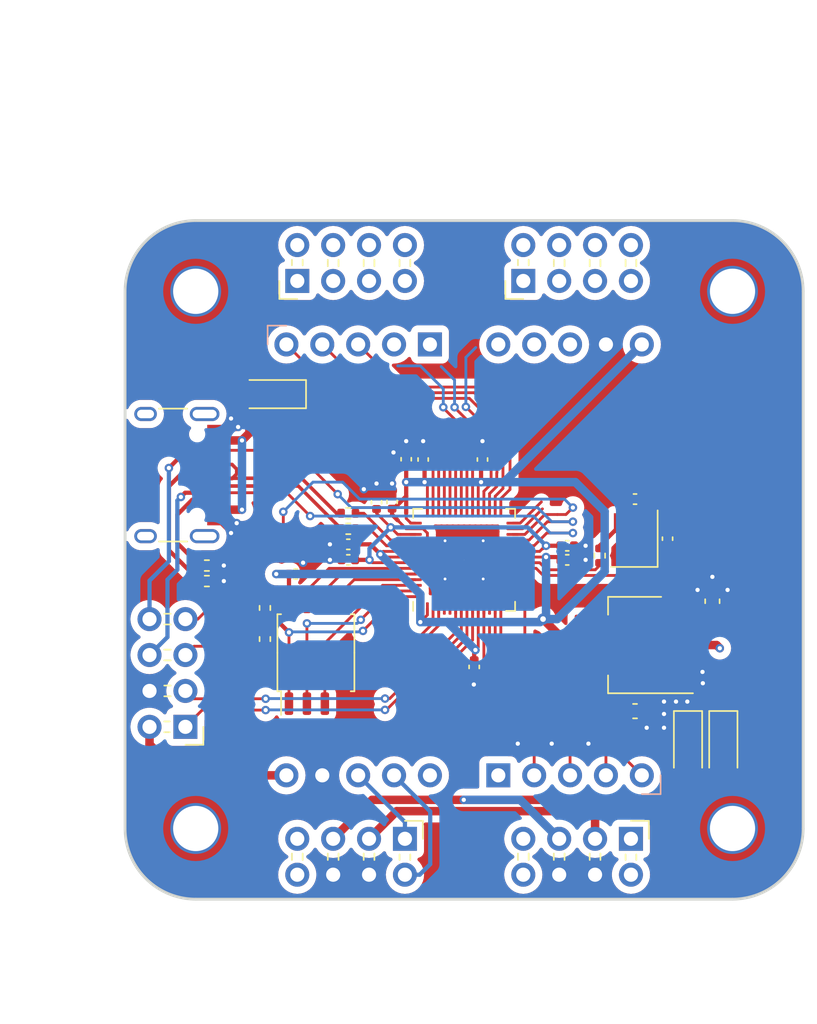
<source format=kicad_pcb>
(kicad_pcb (version 20221018) (generator pcbnew)
  (layers (0 "F.Cu" signal) (31 "B.Cu" signal) (34 "B.Paste" user) (35 "F.Paste" user) (36 "B.SilkS" user "B.Silkscreen") (37 "F.SilkS" user "F.Silkscreen") (38 "B.Mask" user) (39 "F.Mask" user) (44 "Edge.Cuts" user))
  (net 0 "")
  (net 1 "+3V3")
  (net 2 "GND")
  (net 3 "+1V1")
  (net 4 "/Controller/HSE_IN")
  (net 5 "/Controller/HSE_OUT")
  (net 6 "/Controller/QSPI_SS")
  (net 7 "/Connectors/USB_DP")
  (net 8 "Net-(U202-XOUT)")
  (net 9 "/Controller/QSPI_SD1")
  (net 10 "/Controller/QSPI_SD2")
  (net 11 "/Controller/QSPI_SD0")
  (net 12 "/Controller/QSPI_SCLK")
  (net 13 "/Controller/QSPI_SD3")
  (net 14 "/Controller/GP0")
  (net 15 "/Controller/GP1")
  (net 16 "/Controller/GP2")
  (net 17 "/Controller/GP3")
  (net 18 "/Controller/GP6")
  (net 19 "/Connectors/SPI1_SCLK")
  (net 20 "/Connectors/SPI1_MOSI")
  (net 21 "/Connectors/SPI1_MISO")
  (net 22 "/Controller/GP13")
  (net 23 "/Controller/GP14")
  (net 24 "/Controller/GP15")
  (net 25 "/Connectors/SWCLK")
  (net 26 "/Connectors/SWDIO")
  (net 27 "/Controller/GP16")
  (net 28 "/Controller/GP17")
  (net 29 "/Connectors/SPI0_SCLK")
  (net 30 "/Connectors/SPI0_MOSI")
  (net 31 "/Connectors/SPI0_MISO")
  (net 32 "/Controller/GP21")
  (net 33 "/Controller/GP22")
  (net 34 "/Controller/GP23")
  (net 35 "/Controller/GP24")
  (net 36 "/Controller/GP25")
  (net 37 "/Controller/GP26")
  (net 38 "/Controller/GP27")
  (net 39 "/Controller/GP28")
  (net 40 "/Controller/GP29")
  (net 41 "/Power/V_{IN}")
  (net 42 "/Connectors/V_{USB}")
  (net 43 "/Connectors/USB_DN")
  (net 44 "/Controller/USB_DtP")
  (net 45 "/Controller/USB_DtN")
  (net 46 "Net-(J304-CC1)")
  (net 47 "Net-(J304-CC2)")
  (net 49 "/Connectors/CAN1_H")
  (net 50 "/Connectors/CAN1_L")
  (net 51 "/Connectors/V_{IN1}")
  (net 52 "/Connectors/V_{IN2}")
  (net 53 "/Connectors/IC_GP1")
  (net 54 "/Connectors/IC_GP2")
  (net 55 "/Connectors/SPI0_CS1")
  (net 56 "/Connectors/CAN1_INT2")
  (net 57 "/Connectors/SOF1")
  (net 58 "/Connectors/SPI1_CS1")
  (net 59 "/Connectors/CAN2_INT2")
  (net 60 "/Connectors/SOF2")
  (net 61 "/Connectors/CAN2_L")
  (net 62 "/Connectors/CAN2_H")
  (net 63 "/Connectors/UART1_TX")
  (net 64 "/Connectors/UART1_RX")
  (net 65 "/Connectors/~{NRST}")
  (net 66 "/Connectors/BOOT")
  (net 67 "/Controller/GP7")
  (net 68 "/Controller/GP8")
  (net 69 "/Controller/GP9")
  (footprint "Crystal:Crystal_SMD_3225-4Pin_3.2x2.5mm" (layer "F.Cu") (at 136.05 130.74 90)
    (fp_text reference "Y201" hide)
    (fp_text value "12 MHz")
  )
  (footprint "Capacitor_SMD:C_0402_1005Metric" (layer "F.Cu") (at 115.799999 132.24 180)
    (fp_text reference "C209" hide)
    (fp_text value "100n")
  )
  (footprint "MountingHole:MountingHole_3.2mm_M3_DIN965_Pad_TopOnly" (layer "F.Cu") (at 143 113.24 180)
    (fp_text reference "REF**" hide)
    (fp_text value "MountingHole_3.2mm_M3_DIN965_Pad_TopOnly" hide)
  )
  (footprint "Capacitor_SMD:C_0402_1005Metric" (layer "F.Cu") (at 131.3 131.24)
    (fp_text reference "C208" hide)
    (fp_text value "100n")
  )
  (footprint "Capacitor_SMD:C_0402_1005Metric" (layer "F.Cu") (at 125.3 125.14 90)
    (fp_text reference "C204" hide)
    (fp_text value "100n")
  )
  (footprint "Diode_SMD:D_SOD-123" (layer "F.Cu") (at 139.85 145.29 -90)
    (fp_text reference "D502" hide)
    (fp_text value "D_Schottky")
  )
  (footprint "Capacitor_SMD:C_0402_1005Metric" (layer "F.Cu") (at 119.9 125.12 90)
    (fp_text reference "C206" hide)
    (fp_text value "100n")
  )
  (footprint "Capacitor_SMD:C_0402_1005Metric" (layer "F.Cu") (at 112.08 133.24)
    (fp_text reference "C211" hide)
    (fp_text value "100n")
  )
  (footprint "Connector_PinHeader_2.54mm:PinHeader_2x04_P2.54mm_Horizontal" (layer "F.Cu") (at 116 153.24 -90)
    (fp_text reference "J301" hide)
    (fp_text value "uC Interconnect")
  )
  (footprint "Connector_PinHeader_2.54mm:PinHeader_2x04_P2.54mm_Horizontal" (layer "F.Cu") (at 103 140.24 180)
    (fp_text reference "J305" hide)
    (fp_text value "uC Interconnect")
  )
  (footprint "Resistor_SMD:R_0402_1005Metric" (layer "F.Cu") (at 133.6 131.94 -90)
    (fp_text reference "R205" hide)
    (fp_text value "1K")
  )
  (footprint "Connector_PinHeader_2.54mm:PinHeader_2x04_P2.54mm_Horizontal" (layer "F.Cu") (at 132 111.24 90)
    (fp_text reference "REF**" hide)
    (fp_text value "PinHeader_2x04_P2.54mm_Horizontal")
  )
  (footprint "Resistor_SMD:R_0402_1005Metric" (layer "F.Cu") (at 109.899999 137.84 -90)
    (fp_text reference "R201" hide)
    (fp_text value "1K")
  )
  (footprint "Package_TO_SOT_SMD:SOT-223-3_TabPin2" (layer "F.Cu") (at 136.100001 138.265 180)
    (fp_text reference "U401" hide)
    (fp_text value "AMS1117-3.3")
  )
  (footprint "Capacitor_SMD:C_0402_1005Metric" (layer "F.Cu") (at 138.4 130.74 90)
    (fp_text reference "C212" hide)
    (fp_text value "10p")
  )
  (footprint "Resistor_SMD:R_0402_1005Metric" (layer "F.Cu") (at 105.79 132.64)
    (fp_text reference "R302" hide)
    (fp_text value "5k1")
  )
  (footprint "NVF-Kicad:Can-Module-CM251X" (layer "F.Cu") (at 116.5 132.24 -90)
    (fp_text reference "J302" hide)
    (fp_text value "MCP251X" hide)
  )
  (footprint "Package_DFN_QFN:QFN-56-1EP_7x7mm_P0.4mm_EP3.2x3.2mm_ThermalVias" (layer "F.Cu") (at 124 132.24 90)
    (fp_text reference "U202" hide)
    (fp_text value "RP2040")
  )
  (footprint "Capacitor_SMD:C_0603_1608Metric" (layer "F.Cu") (at 136.100001 142.94)
    (fp_text reference "C502" hide)
    (fp_text value "4.7u")
  )
  (footprint "Connector_PinHeader_2.54mm:PinHeader_2x04_P2.54mm_Horizontal" (layer "F.Cu") (at 132 153.24 -90)
    (fp_text reference "J301" hide)
    (fp_text value "uC Interconnect")
  )
  (footprint "MountingHole:MountingHole_3.2mm_M3_DIN965_Pad_TopOnly" (layer "F.Cu") (at 143 151.24 180)
    (fp_text reference "REF**" hide)
    (fp_text value "MountingHole_3.2mm_M3_DIN965_Pad_TopOnly" hide)
  )
  (footprint "Resistor_SMD:R_0402_1005Metric" (layer "F.Cu") (at 115.8 128.94)
    (fp_text reference "R203" hide)
    (fp_text value "27")
  )
  (footprint "Resistor_SMD:R_0402_1005Metric" (layer "F.Cu") (at 109.899999 135.64 -90)
    (fp_text reference "R204" hide)
    (fp_text value "1K (NC)")
  )
  (footprint "Capacitor_SMD:C_0402_1005Metric" (layer "F.Cu") (at 121.1 125.14 90)
    (fp_text reference "C205" hide)
    (fp_text value "100n")
  )
  (footprint "Capacitor_SMD:C_0402_1005Metric" (layer "F.Cu") (at 124.714 139.812 -90)
    (fp_text reference "C202" hide)
    (fp_text value "100n")
  )
  (footprint "Diode_SMD:D_SOD-123" (layer "F.Cu") (at 142.35 145.29 -90)
    (fp_text reference "D501" hide)
    (fp_text value "D_Schottky")
  )
  (footprint "Connector_PinHeader_2.54mm:PinHeader_2x04_P2.54mm_Horizontal" (layer "F.Cu") (at 116 111.24 90)
    (fp_text reference "REF**" hide)
    (fp_text value "PinHeader_2x04_P2.54mm_Horizontal")
  )
  (footprint "NVF-Kicad:Can-Module-CM251X" (layer "F.Cu") (at 131.5 132.24 90)
    (fp_text reference "J303" hide)
    (fp_text value "MCP251X" hide)
  )
  (footprint "Diode_SMD:D_SOD-123" (layer "F.Cu") (at 110.45 120.515 180)
    (fp_text reference "D503" hide)
    (fp_text value "D_Schottky")
  )
  (footprint "Resistor_SMD:R_0402_1005Metric" (layer "F.Cu") (at 105.790001 133.74)
    (fp_text reference "R301" hide)
    (fp_text value "5k1")
  )
  (footprint "Capacitor_SMD:C_0402_1005Metric" (layer "F.Cu") (at 117.8 128.16 90)
    (fp_text reference "C210" hide)
    (fp_text value "1u")
  )
  (footprint "Resistor_SMD:R_0402_1005Metric" (layer "F.Cu") (at 115.799999 130.04)
    (fp_text reference "R202" hide)
    (fp_text value "27")
  )
  (footprint "Capacitor_SMD:C_0402_1005Metric" (layer "F.Cu") (at 131.3 132.239999)
    (fp_text reference "C203" hide)
    (fp_text value "100n")
  )
  (footprint "MountingHole:MountingHole_3.2mm_M3_DIN965_Pad_TopOnly" (layer "F.Cu") (at 105 113.24 180)
    (fp_text reference "REF**" hide)
    (fp_text value "MountingHole_3.2mm_M3_DIN965_Pad_TopOnly" hide)
  )
  (footprint "Connector_USB:USB_C_Receptacle_HRO_TYPE-C-31-M-12" (layer "F.Cu") (at 102.5 126.24 -90)
    (fp_text reference "J304" hide)
    (fp_text value "USB_C")
  )
  (footprint "MountingHole:MountingHole_3.2mm_M3_DIN965_Pad_TopOnly" (layer "F.Cu") (at 105 151.24 180)
    (fp_text reference "REF**" hide)
    (fp_text value "MountingHole_3.2mm_M3_DIN965_Pad_TopOnly" hide)
  )
  (footprint "Package_SO:SOIC-8_5.23x5.23mm_P1.27mm" (layer "F.Cu") (at 113.507 138.809 90)
    (fp_text reference "U201" hide)
    (fp_text value "W25Q128JVS")
  )
  (footprint "Capacitor_SMD:C_0402_1005Metric" (layer "F.Cu") (at 136.1 127.94)
    (fp_text reference "C213" hide)
    (fp_text value "10p")
  )
  (footprint "Capacitor_SMD:C_0402_1005Metric" (layer "F.Cu") (at 115.8 131.14 180)
    (fp_text reference "C201" hide)
    (fp_text value "100n")
  )
  (footprint "Capacitor_SMD:C_0402_1005Metric" (layer "F.Cu") (at 118.9 128.139998 90)
    (fp_text reference "C207" hide)
    (fp_text value "1u")
  )
  (footprint "Capacitor_SMD:C_0603_1608Metric" (layer "F.Cu") (at 141.575 135.165 90)
    (fp_text reference "C501" hide)
    (fp_text value "4.7u")
  )
  (gr_arc (start 143 108.24) (mid 146.535534 109.704466) (end 148 113.24) (stroke (width 0.2)) (layer "Edge.Cuts"))
  (gr_line (start 105 108.24) (end 143 108.24) (stroke (width 0.2)) (layer "Edge.Cuts"))
  (gr_line (start 100 113.24) (end 100 151.24) (stroke (width 0.2)) (layer "Edge.Cuts"))
  (gr_line (start 148 113.24) (end 148 151.24) (stroke (width 0.2)) (layer "Edge.Cuts"))
  (gr_arc (start 105 156.24) (mid 101.464466 154.775534) (end 100 151.24) (stroke (width 0.2)) (layer "Edge.Cuts"))
  (gr_arc (start 100 113.24) (mid 101.464466 109.704466) (end 105 108.24) (stroke (width 0.2)) (layer "Edge.Cuts"))
  (gr_arc (start 148 151.24) (mid 146.535534 154.775534) (end 143 156.24) (stroke (width 0.2)) (layer "Edge.Cuts"))
  (gr_circle (center 124 132.24) (end 123.99 132.24) (stroke (width 0.0001)) (fill solid) (layer "Edge.Cuts"))
  (gr_line (start 105 156.24) (end 143 156.24) (stroke (width 0.2)) (layer "Edge.Cuts"))
  (segment (start 132.950001 138.265) (end 131.425 138.265) (width 0.6) (layer "F.Cu") (net 1))
  (segment (start 119.020003 128.619998) (end 119.9 127.74) (width 0.3) (layer "F.Cu") (net 1))
  (segment (start 118.9 129.04) (end 118.899999 128.619998) (width 0.3) (layer "F.Cu") (net 1))
  (segment (start 111.602 135.209) (end 109.979 135.209) (width 0.3) (layer "F.Cu") (net 1))
  (segment (start 121.399999 130.34364) (end 121.096359 130.04) (width 0.2) (layer "F.Cu") (net 1))
  (segment (start 121.399999 131.33636) (end 121.399999 130.34364) (width 0.2) (layer "F.Cu") (net 1))
  (segment (start 118.268096 132.04) (end 118.068596 131.8405) (width 0.2) (layer "F.Cu") (net 1))
  (segment (start 121.08 125.6) (end 121.1 125.62) (width 0.3) (layer "F.Cu") (net 1))
  (segment (start 119.3 129.44) (end 119.9 130.04) (width 0.2) (layer "F.Cu") (net 1))
  (segment (start 121.399999 126.94) (end 121.2 126.740001) (width 0.2) (layer "F.Cu") (net 1))
  (segment (start 121.09636 131.639999) (end 121.399999 131.33636) (width 0.2) (layer "F.Cu") (net 1))
  (segment (start 130.619999 132.04) (end 129.8 132.04) (width 0.3) (layer "F.Cu") (net 1))
  (segment (start 125 138.41375) (end 125 135.6775) (width 0.2) (layer "F.Cu") (net 1))
  (segment (start 141.875 138.265) (end 142.1 138.49) (width 0.6) (layer "F.Cu") (net 1))
  (segment (start 124.8005 138.61325) (end 124.714 138.69975) (width 0.3) (layer "F.Cu") (net 1))
  (segment (start 127.4375 132.04) (end 129.8 132.04) (width 0.2) (layer "F.Cu") (net 1))
  (segment (start 121.4 136.14) (end 121.4 135.6775) (width 0.2) (layer "F.Cu") (net 1))
  (segment (start 111.602 133.242) (end 111.6 133.24) (width 0.3) (layer "F.Cu") (net 1))
  (segment (start 103.915 147.48) (end 101.73 145.295) (width 0.6) (layer "F.Cu") (net 1))
  (segment (start 117.368096 131.14) (end 118.068596 131.8405) (width 0.3) (layer "F.Cu") (net 1))
  (segment (start 120.5625 131.639999) (end 118.269096 131.64) (width 0.2) (layer "F.Cu") (net 1))
  (segment (start 121.096359 130.04) (end 120.562499 130.04) (width 0.2) (layer "F.Cu") (net 1))
  (segment (start 119.9 130.04) (end 120.562499 130.04) (width 0.2) (layer "F.Cu") (net 1))
  (segment (start 125.3 125.62) (end 125.2 125.72) (width 0.3) (layer "F.Cu") (net 1))
  (segment (start 101.73 145.295) (end 101.73 144.05) (width 0.6) (layer "F.Cu") (net 1))
  (segment (start 121.1 125.62) (end 121.2 125.72) (width 0.3) (layer "F.Cu") (net 1))
  (segment (start 120.5625 132.04) (end 118.268096 132.04) (width 0.2) (layer "F.Cu") (net 1))
  (segment (start 119.9 129.30875) (end 120.23125 129.64) (width 0.2) (layer "F.Cu") (net 1))
  (segment (start 125.2 125.72) (end 125.2 126.740001) (width 0.3) (layer "F.Cu") (net 1))
  (segment (start 125 128.8025) (end 125 126.94) (width 0.2) (layer "F.Cu") (net 1))
  (segment (start 139.25 138.265) (end 141.875 138.265) (width 0.6) (layer "F.Cu") (net 1))
  (segment (start 119.9 128.94) (end 119.9 129.30875) (width 0.2) (layer "F.Cu") (net 1))
  (segment (start 121.4 128.8025) (end 121.399999 126.94) (width 0.2) (layer "F.Cu") (net 1))
  (segment (start 121.2 125.72) (end 121.2 126.740001) (width 0.3) (layer "F.Cu") (net 1))
  (segment (start 116.28 131.14) (end 117.368096 131.14) (width 0.3) (layer "F.Cu") (net 1))
  (segment (start 109.979 135.209) (end 109.9 135.13) (width 0.3) (layer "F.Cu") (net 1))
  (segment (start 119.3 129.44) (end 118.9 129.04) (width 0.3) (layer "F.Cu") (net 1))
  (segment (start 130.82 132.24) (end 130.619999 132.04) (width 0.3) (layer "F.Cu") (net 1))
  (segment (start 119.9 128.94) (end 119.9 127.74) (width 0.3) (layer "F.Cu") (net 1))
  (segment (start 119.9 125.6) (end 119.9 126.74) (width 0.3) (layer "F.Cu") (net 1))
  (segment (start 120.9 136.64) (end 121.4 136.14) (width 0.2) (layer "F.Cu") (net 1))
  (segment (start 120.23125 129.64) (end 120.5625 129.64) (width 0.2) (layer "F.Cu") (net 1))
  (segment (start 111.42 147.48) (end 103.915 147.48) (width 0.6) (layer "F.Cu") (net 1))
  (segment (start 119.9 127.74) (end 119.9 126.74) (width 0.3) (layer "F.Cu") (net 1))
  (segment (start 111.602 135.209) (end 111.602 133.242) (width 0.3) (layer "F.Cu") (net 1))
  (segment (start 131.425 138.265) (end 129.587501 136.4275) (width 0.6) (layer "F.Cu") (net 1))
  (segment (start 124.8005 138.61325) (end 125 138.41375) (width 0.2) (layer "F.Cu") (net 1))
  (segment (start 120.5625 131.639999) (end 121.09636 131.639999) (width 0.2) (layer "F.Cu") (net 1))
  (segment (start 118.269096 131.64) (end 118.068596 131.8405) (width 0.2) (layer "F.Cu") (net 1))
  (segment (start 111.6 133.24) (end 110.7 133.24) (width 0.3) (layer "F.Cu") (net 1))
  (segment (start 125 126.94) (end 125.2 126.740001) (width 0.2) (layer "F.Cu") (net 1))
  (segment (start 124.714 138.69975) (end 124.714 139.332) (width 0.3) (layer "F.Cu") (net 1))
  (segment (start 118.899999 128.619998) (end 119.020003 128.619998) (width 0.3) (layer "F.Cu") (net 1))
  (via (at 129.587501 136.4275) (size 0.8) (drill 0.4) (layers "F.Cu" "B.Cu") (net 1))
  (via (at 118.068596 131.8405) (size 0.6) (drill 0.3) (layers "F.Cu" "B.Cu") (net 1))
  (via (at 119.9 126.74) (size 0.6) (drill 0.3) (layers "F.Cu" "B.Cu") (net 1))
  (via (at 110.7 133.24) (size 0.6) (drill 0.3) (layers "F.Cu" "B.Cu") (net 1))
  (via (at 142.1 138.49) (size 0.6) (drill 0.3) (layers "F.Cu" "B.Cu") (net 1))
  (via (at 129.8 132.04) (size 0.6) (drill 0.3) (layers "F.Cu" "B.Cu") (net 1))
  (via (at 121.2 126.740001) (size 0.6) (drill 0.3) (layers "F.Cu" "B.Cu") (net 1))
  (via (at 124.8005 138.61325) (size 0.6) (drill 0.3) (layers "F.Cu" "B.Cu") (net 1))
  (via (at 125.2 126.740001) (size 0.6) (drill 0.3) (layers "F.Cu" "B.Cu") (net 1))
  (via (at 120.9 136.64) (size 0.6) (drill 0.3) (layers "F.Cu" "B.Cu") (net 1))
  (segment (start 120.9 134.671904) (end 119.459048 133.230952) (width 0.6) (layer "B.Cu") (net 1))
  (segment (start 125.2 126.740001) (end 119.9 126.74) (width 0.6) (layer "B.Cu") (net 1))
  (segment (start 126.84 126.74) (end 125.2 126.740001) (width 0.6) (layer "B.Cu") (net 1))
  (segment (start 110.7 133.24) (end 119.45 133.24) (width 0.6) (layer "B.Cu") (net 1))
  (segment (start 131.875 126.740001) (end 126.84 126.74) (width 0.6) (layer "B.Cu") (net 1))
  (segment (start 122.825 136.64) (end 129.375 136.64) (width 0.6) (layer "B.Cu") (net 1))
  (segment (start 129.375 136.64) (end 129.587501 136.4275) (width 0.6) (layer "B.Cu") (net 1))
  (segment (start 129.587501 136.4275) (end 129.8 136.215) (width 0.6) (layer "B.Cu") (net 1))
  (segment (start 129.587501 136.4275) (end 130.5875 136.427501) (width 0.6) (layer "B.Cu") (net 1))
  (segment (start 124.79825 138.61325) (end 122.825 136.64) (width 0.6) (layer "B.Cu") (net 1))
  (segment (start 119.45 133.24) (end 119.459048 133.230952) (width 0.6) (layer "B.Cu") (net 1))
  (segment (start 129.8 136.215) (end 129.8 132.04) (width 0.6) (layer "B.Cu") (net 1))
  (segment (start 133.95 133.065001) (end 133.95 128.815) (width 0.6) (layer "B.Cu") (net 1))
  (segment (start 124.8005 138.61325) (end 124.79825 138.61325) (width 0.6) (layer "B.Cu") (net 1))
  (segment (start 133.95 128.815) (end 131.875 126.740001) (width 0.6) (layer "B.Cu") (net 1))
  (segment (start 120.9 136.64) (end 120.9 134.671904) (width 0.6) (layer "B.Cu") (net 1))
  (segment (start 120.9 136.64) (end 122.825 136.64) (width 0.6) (layer "B.Cu") (net 1))
  (segment (start 130.5875 136.427501) (end 133.95 133.065001) (width 0.6) (layer "B.Cu") (net 1))
  (segment (start 136.58 117) (end 126.84 126.74) (width 0.6) (layer "B.Cu") (net 1))
  (segment (start 119.459048 133.230952) (end 118.068596 131.8405) (width 0.6) (layer "B.Cu") (net 1))
  (segment (start 108 122.84) (end 107.85 122.99) (width 0.3) (layer "F.Cu") (net 2))
  (segment (start 124.714 140.292) (end 124.714 141.030834) (width 0.3) (layer "F.Cu") (net 2))
  (segment (start 124.714 141.030834) (end 124.688417 141.056417) (width 0.3) (layer "F.Cu") (net 2))
  (segment (start 138.4 130.26) (end 137.52 130.26) (width 0.3) (layer "F.Cu") (net 2))
  (segment (start 106.65 129.49) (end 107.5 130.34) (width 0.3) (layer "F.Cu") (net 2))
  (segment (start 136.58 129.32) (end 136.9 129.64) (width 0.3) (layer "F.Cu") (net 2))
  (segment (start 136.58 127.94) (end 136.58 129.32) (width 0.3) (layer "F.Cu") (net 2))
  (segment (start 106.75 122.99) (end 107.5 122.24) (width 0.3) (layer "F.Cu") (net 2))
  (segment (start 136.899999 129.74) (end 135.199999 131.44) (width 0.3) (layer "F.Cu") (net 2))
  (segment (start 115.320001 131.14) (end 114.5 131.14) (width 0.3) (layer "F.Cu") (net 2))
  (segment (start 107.85 122.99) (end 106.545 122.99) (width 0.3) (layer "F.Cu") (net 2))
  (segment (start 127.4375 133.24) (end 125.7 133.24) (width 0.2) (layer "F.Cu") (net 2))
  (segment (start 137.52 130.26) (end 136.9 129.64) (width 0.3) (layer "F.Cu") (net 2))
  (segment (start 125.7 133.24) (end 125.35 133.59) (width 0.2) (layer "F.Cu") (net 2))
  (segment (start 107.75 129.49) (end 107.9 129.64) (width 0.3) (layer "F.Cu") (net 2))
  (segment (start 106.545 129.49) (end 107.75 129.49) (width 0.3) (layer "F.Cu") (net 2))
  (segment (start 106.545 129.49) (end 106.65 129.49) (width 0.3) (layer "F.Cu") (net 2))
  (segment (start 106.545 122.99) (end 106.75 122.99) (width 0.3) (layer "F.Cu") (net 2))
  (segment (start 135.199999 131.44) (end 135.2 131.84) (width 0.3) (layer "F.Cu") (net 2))
  (segment (start 136.9 129.64) (end 136.899999 129.74) (width 0.3) (layer "F.Cu") (net 2))
  (segment (start 115.32 132.24) (end 114.500001 132.24) (width 0.3) (layer "F.Cu") (net 2))
  (via (at 140.874999 140.164999) (size 0.6) (drill 0.3) (layers "F.Cu" "B.Cu") (net 2))
  (via (at 116.9 127.24) (size 0.6) (drill 0.3) (layers "F.Cu" "B.Cu") (net 2))
  (via (at 140.9 140.965) (size 0.6) (drill 0.3) (layers "F.Cu" "B.Cu") (net 2))
  (via (at 119 124.639999) (size 0.6) (drill 0.3) (layers "F.Cu" "B.Cu") (net 2))
  (via (at 107.5 122.24) (size 0.6) (drill 0.3) (layers "F.Cu" "B.Cu") (net 2))
  (via (at 138.15 142.265001) (size 0.6) (drill 0.3) (layers "F.Cu" "B.Cu") (net 2))
  (via (at 140.525001 134.365) (size 0.6) (drill 0.3) (layers "F.Cu" "B.Cu") (net 2))
  (via (at 106.99 132.64) (size 0.6) (drill 0.3) (layers "F.Cu" "B.Cu") (net 2))
  (via (at 136.925 144.115) (size 0.6) (drill 0.3) (layers "F.Cu" "B.Cu") (net 2))
  (via (at 106.99 133.74) (size 0.6) (drill 0.3) (layers "F.Cu" "B.Cu") (net 2))
  (via (at 125.3 123.84) (size 0.6) (drill 0.3) (layers "F.Cu" "B.Cu") (net 2))
  (via (at 114.500001 132.24) (size 0.6) (drill 0.3) (layers "F.Cu" "B.Cu") (net 2))
  (via (at 121.1 123.84) (size 0.6) (drill 0.3) (layers "F.Cu" "B.Cu") (net 2))
  (via (at 107.5 130.34) (size 0.6) (drill 0.3) (layers "F.Cu" "B.Cu") (net 2))
  (via (at 132.6 132.24) (size 0.6) (drill 0.3) (layers "F.Cu" "B.Cu") (net 2))
  (via (at 138.15 144.115) (size 0.6) (drill 0.3) (layers "F.Cu" "B.Cu") (net 2))
  (via (at 119.9 123.84) (size 0.6) (drill 0.3) (layers "F.Cu" "B.Cu") (net 2))
  (via (at 141.575 133.44) (size 0.6) (drill 0.3) (layers "F.Cu" "B.Cu") (net 2))
  (via (at 130.2 145.24) (size 0.6) (drill 0.3) (layers "F.Cu" "B.Cu") (net 2))
  (via (at 139 142.265) (size 0.6) (drill 0.3) (layers "F.Cu" "B.Cu") (net 2))
  (via (at 117.8 126.84) (size 0.6) (drill 0.3) (layers "F.Cu" "B.Cu") (net 2))
  (via (at 138.15 143.14) (size 0.6) (drill 0.3) (layers "F.Cu" "B.Cu") (net 2))
  (via (at 142.650001 134.365) (size 0.6) (drill 0.3) (layers "F.Cu" "B.Cu") (net 2))
  (via (at 127.8 145.24) (size 0.6) (drill 0.3) (layers "F.Cu" "B.Cu") (net 2))
  (via (at 118.9 126.84) (size 0.6) (drill 0.3) (layers "F.Cu" "B.Cu") (net 2))
  (via (at 114.5 131.14) (size 0.6) (drill 0.3) (layers "F.Cu" "B.Cu") (net 2))
  (via (at 132.6 131.24) (size 0.6) (drill 0.3) (layers "F.Cu" "B.Cu") (net 2))
  (via (at 108 122.84) (size 0.6) (drill 0.3) (layers "F.Cu" "B.Cu") (net 2))
  (via (at 132.8 145.24) (size 0.6) (drill 0.3) (layers "F.Cu" "B.Cu") (net 2))
  (via (at 112.6 132.44) (size 0.6) (drill 0.3) (layers "F.Cu" "B.Cu") (net 2))
  (via (at 107.9 129.64) (size 0.6) (drill 0.3) (layers "F.Cu" "B.Cu") (net 2))
  (via (at 124.688417 141.056417) (size 0.6) (drill 0.3) (layers "F.Cu" "B.Cu") (net 2))
  (via (at 139.800001 142.265) (size 0.6) (drill 0.3) (layers "F.Cu" "B.Cu") (net 2))
  (segment (start 117.2995 132.24) (end 117.3 132.2405) (width 0.3) (layer "F.Cu") (net 3))
  (segment (start 129.600497 131.44) (end 129.551471 131.44) (width 0.2) (layer "F.Cu") (net 3))
  (segment (start 117.4995 132.44) (end 117.3 132.2405) (width 0.2) (layer "F.Cu") (net 3))
  (segment (start 117.8 128.940001) (end 118.8 129.94) (width 0.2) (layer "F.Cu") (net 3))
  (segment (start 120.5625 132.44) (end 117.4995 132.44) (width 0.2) (layer "F.Cu") (net 3))
  (segment (start 129.551471 131.44) (end 129.351471 131.639999) (width 0.2) (layer "F.Cu") (net 3))
  (segment (start 129.8 131.240497) (end 129.600497 131.44) (width 0.2) (layer "F.Cu") (net 3))
  (segment (start 129.800497 131.24) (end 130.82 131.24) (width 0.3) (layer "F.Cu") (net 3))
  (segment (start 116.28 132.24) (end 117.2995 132.24) (width 0.3) (layer "F.Cu") (net 3))
  (segment (start 119.5 130.44) (end 119.3 130.44) (width 0.2) (layer "F.Cu") (net 3))
  (segment (start 119.3 130.44) (end 118.8 129.94) (width 0.2) (layer "F.Cu") (net 3))
  (segment (start 117.799999 128.64) (end 117.8 128.940001) (width 0.2) (layer "F.Cu") (net 3))
  (segment (start 129.351471 131.639999) (end 127.4375 131.639999) (width 0.2) (layer "F.Cu") (net 3))
  (segment (start 129.8 131.240497) (end 129.800497 131.24) (width 0.3) (layer "F.Cu") (net 3))
  (segment (start 120.5625 130.44) (end 119.5 130.44) (width 0.2) (layer "F.Cu") (net 3))
  (via (at 118.8 129.94) (size 0.6) (drill 0.3) (layers "F.Cu" "B.Cu") (net 3))
  (via (at 129.8 131.240497) (size 0.6) (drill 0.3) (layers "F.Cu" "B.Cu") (net 3))
  (via (at 117.3 132.2405) (size 0.6) (drill 0.3) (layers "F.Cu" "B.Cu") (net 3))
  (segment (start 118.8 129.94) (end 128.499503 129.94) (width 0.3) (layer "B.Cu") (net 3))
  (segment (start 117.3 131.44) (end 118.8 129.94) (width 0.3) (layer "B.Cu") (net 3))
  (segment (start 128.499503 129.94) (end 129.8 131.240497) (width 0.3) (layer "B.Cu") (net 3))
  (segment (start 117.3 132.2405) (end 117.3 131.44) (width 0.3) (layer "B.Cu") (net 3))
  (segment (start 129.6 133.339999) (end 136.3 133.34) (width 0.2) (layer "F.Cu") (net 4))
  (segment (start 129.100001 132.84) (end 129.6 133.339999) (width 0.2) (layer "F.Cu") (net 4))
  (segment (start 137.52 131.22) (end 136.9 131.84) (width 0.3) (layer "F.Cu") (net 4))
  (segment (start 136.9 132.74) (end 136.9 131.84) (width 0.2) (layer "F.Cu") (net 4))
  (segment (start 138.4 131.22) (end 137.52 131.22) (width 0.3) (layer "F.Cu") (net 4))
  (segment (start 136.3 133.34) (end 136.9 132.74) (width 0.2) (layer "F.Cu") (net 4))
  (segment (start 127.437501 132.84) (end 129.100001 132.84) (width 0.2) (layer "F.Cu") (net 4))
  (segment (start 133.600001 131.43) (end 133.6 131.24) (width 0.3) (layer "F.Cu") (net 5))
  (segment (start 135.62 129.22) (end 135.2 129.64) (width 0.3) (layer "F.Cu") (net 5))
  (segment (start 133.6 131.24) (end 135.2 129.64) (width 0.3) (layer "F.Cu") (net 5))
  (segment (start 135.62 127.94) (end 135.62 129.22) (width 0.3) (layer "F.Cu") (net 5))
  (segment (start 109.9 136.15) (end 110.384001 136.15) (width 0.3) (layer "F.Cu") (net 6))
  (segment (start 109.9 137.33) (end 109.9 136.15) (width 0.3) (layer "F.Cu") (net 6))
  (segment (start 111.602001 137.368) (end 111.602 142.409) (width 0.2) (layer "F.Cu") (net 6))
  (segment (start 110.384001 136.15) (end 111.602001 137.368) (width 0.3) (layer "F.Cu") (net 6))
  (segment (start 119.261773 134.84) (end 116.838796 137.262977) (width 0.2) (layer "F.Cu") (net 6))
  (segment (start 120.5625 134.84) (end 119.261773 134.84) (width 0.2) (layer "F.Cu") (net 6))
  (via (at 111.602001 137.368) (size 0.6) (drill 0.3) (layers "F.Cu" "B.Cu") (net 6))
  (via (at 116.838796 137.262977) (size 0.6) (drill 0.3) (layers "F.Cu" "B.Cu") (net 6))
  (segment (start 116.838796 137.262977) (end 116.768773 137.333) (width 0.2) (layer "B.Cu") (net 6))
  (segment (start 111.637 137.333) (end 111.602001 137.368) (width 0.2) (layer "B.Cu") (net 6))
  (segment (start 116.768773 137.333) (end 111.637 137.333) (width 0.2) (layer "B.Cu") (net 6))
  (segment (start 106.545 126.99) (end 105.52 126.99) (width 0.25) (layer "F.Cu") (net 7))
  (segment (start 106.57 127.015) (end 106.545 126.99) (width 0.25) (layer "F.Cu") (net 7))
  (segment (start 105.52 126.99) (end 105.2 126.67) (width 0.25) (layer "F.Cu") (net 7))
  (segment (start 105.2 126.31) (end 105.52 125.99) (width 0.25) (layer "F.Cu") (net 7))
  (segment (start 115.29 130.04) (end 112.265 127.015) (width 0.25) (layer "F.Cu") (net 7))
  (segment (start 105.52 125.99) (end 106.545001 125.99) (width 0.25) (layer "F.Cu") (net 7))
  (segment (start 105.2 126.67) (end 105.2 126.31) (width 0.25) (layer "F.Cu") (net 7))
  (segment (start 112.265 127.015) (end 106.57 127.015) (width 0.25) (layer "F.Cu") (net 7))
  (segment (start 133.59 132.64) (end 133.29 132.94) (width 0.2) (layer "F.Cu") (net 8))
  (segment (start 133.29 132.94) (end 129.851471 132.94) (width 0.2) (layer "F.Cu") (net 8))
  (segment (start 129.351471 132.44) (end 127.4375 132.44) (width 0.2) (layer "F.Cu") (net 8))
  (segment (start 129.851471 132.94) (end 129.351471 132.44) (width 0.2) (layer "F.Cu") (net 8))
  (segment (start 118.721 134.44) (end 116.682 136.479) (width 0.2) (layer "F.Cu") (net 9))
  (segment (start 112.872 136.733) (end 112.872 142.409) (width 0.2) (layer "F.Cu") (net 9))
  (segment (start 120.5625 134.439999) (end 118.721 134.44) (width 0.2) (layer "F.Cu") (net 9))
  (via (at 116.682 136.479) (size 0.6) (drill 0.3) (layers "F.Cu" "B.Cu") (net 9))
  (via (at 112.872 136.733) (size 0.6) (drill 0.3) (layers "F.Cu" "B.Cu") (net 9))
  (segment (start 116.682 136.479) (end 116.428 136.733) (width 0.2) (layer "B.Cu") (net 9))
  (segment (start 116.428 136.733) (end 112.872 136.733) (width 0.2) (layer "B.Cu") (net 9))
  (segment (start 118.232 134.04) (end 114.142 138.13) (width 0.2) (layer "F.Cu") (net 10))
  (segment (start 114.142 138.13) (end 114.142 142.409) (width 0.2) (layer "F.Cu") (net 10))
  (segment (start 120.5625 134.040001) (end 118.232 134.04) (width 0.2) (layer "F.Cu") (net 10))
  (segment (start 120.5625 133.64) (end 116.219001 133.64) (width 0.2) (layer "F.Cu") (net 11))
  (segment (start 116.219001 133.64) (end 115.412 134.447001) (width 0.2) (layer "F.Cu") (net 11))
  (segment (start 115.412 134.447001) (end 115.412 135.209) (width 0.2) (layer "F.Cu") (net 11))
  (segment (start 114.142 134.409001) (end 114.142 135.209) (width 0.2) (layer "F.Cu") (net 12))
  (segment (start 115.311001 133.24) (end 114.142 134.409001) (width 0.2) (layer "F.Cu") (net 12))
  (segment (start 120.5625 133.24) (end 115.311001 133.24) (width 0.2) (layer "F.Cu") (net 12))
  (segment (start 114.441001 132.84) (end 112.872 134.409001) (width 0.2) (layer "F.Cu") (net 13))
  (segment (start 112.872 134.409001) (end 112.872 135.209) (width 0.2) (layer "F.Cu") (net 13))
  (segment (start 120.562499 132.84) (end 114.441001 132.84) (width 0.2) (layer "F.Cu") (net 13))
  (segment (start 120.376529 138.14) (end 117.7 138.14) (width 0.2) (layer "F.Cu") (net 14))
  (segment (start 121.8 136.716529) (end 120.736529 137.78) (width 0.2) (layer "F.Cu") (net 14))
  (segment (start 121.800001 135.6775) (end 121.8 136.716529) (width 0.2) (layer "F.Cu") (net 14))
  (segment (start 120.736529 137.78) (end 120.376529 138.14) (width 0.2) (layer "F.Cu") (net 14))
  (segment (start 120.342714 138.7395) (end 118.3 138.7395) (width 0.2) (layer "F.Cu") (net 15))
  (segment (start 122.2 135.6775) (end 122.2 136.882215) (width 0.2) (layer "F.Cu") (net 15))
  (segment (start 120.902215 138.18) (end 120.342714 138.7395) (width 0.2) (layer "F.Cu") (net 15))
  (segment (start 122.2 136.882215) (end 120.902215 138.18) (width 0.2) (layer "F.Cu") (net 15))
  (segment (start 124.2 137.74) (end 121.1 140.84) (width 0.2) (layer "F.Cu") (net 18))
  (segment (start 124.2 135.6775) (end 124.2 137.74) (width 0.2) (layer "F.Cu") (net 18))
  (segment (start 121.1 140.84) (end 121.1 143.24) (width 0.2) (layer "F.Cu") (net 18))
  (segment (start 131.5 143.74) (end 131.5 147.48) (width 0.2) (layer "F.Cu") (net 19))
  (segment (start 126.2 138.44) (end 131.5 143.74) (width 0.2) (layer "F.Cu") (net 19))
  (segment (start 126.199999 135.6775) (end 126.2 138.44) (width 0.2) (layer "F.Cu") (net 19))
  (segment (start 134.04 145.579999) (end 134.04 147.48) (width 0.2) (layer "F.Cu") (net 20))
  (segment (start 126.6 135.6775) (end 126.600001 138.14) (width 0.2) (layer "F.Cu") (net 20))
  (segment (start 126.600001 138.14) (end 134.04 145.579999) (width 0.2) (layer "F.Cu") (net 20))
  (segment (start 128.3 139.2) (end 136.58 147.48) (width 0.2) (layer "F.Cu") (net 21))
  (segment (start 127.4375 134.84) (end 128.000001 134.84) (width 0.2) (layer "F.Cu") (net 21))
  (segment (start 128.000001 134.84) (end 128.3 135.14) (width 0.2) (layer "F.Cu") (net 21))
  (segment (start 128.3 135.14) (end 128.3 139.2) (width 0.2) (layer "F.Cu") (net 21))
  (segment (start 129.852465 130.339503) (end 128.951968 131.24) (width 0.2) (layer "F.Cu") (net 25))
  (segment (start 103.95 127.79) (end 104.25 127.49) (width 0.3) (layer "F.Cu") (net 25))
  (segment (start 128.951968 131.24) (end 127.4375 131.24) (width 0.2) (layer "F.Cu") (net 25))
  (segment (start 131.7 130.339503) (end 129.852465 130.339503) (width 0.2) (layer "F.Cu") (net 25))
  (segment (start 104.25 127.49) (end 106.545 127.49) (width 0.3) (layer "F.Cu") (net 25))
  (segment (start 111.45 127.49) (end 106.545 127.49) (width 0.2) (layer "F.Cu") (net 25))
  (segment (start 113.1 129.14) (end 111.45 127.49) (width 0.2) (layer "F.Cu") (net 25))
  (via (at 103.95 127.79) (size 0.6) (drill 0.3) (layers "F.Cu" "B.Cu") (net 25))
  (via (at 113.1 129.14) (size 0.6) (drill 0.3) (layers "F.Cu" "B.Cu") (net 25))
  (via (at 131.7 130.339503) (size 0.6) (drill 0.3) (layers "F.Cu" "B.Cu") (net 25))
  (segment (start 103.000001 137.7) (end 101.73 138.970001) (width 0.3) (layer "B.Cu") (net 25))
  (segment (start 103.95 127.79) (end 103.7 128.04) (width 0.3) (layer "B.Cu") (net 25))
  (segment (start 128.9 129.14) (end 130.099503 130.339504) (width 0.2) (layer "B.Cu") (net 25))
  (segment (start 103.7 128.04) (end 103.7 132.94) (width 0.3) (layer "B.Cu") (net 25))
  (segment (start 130.099503 130.339504) (end 131.7 130.339503) (width 0.2) (layer "B.Cu") (net 25))
  (segment (start 113.1 129.14) (end 128.9 129.14) (width 0.2) (layer "B.Cu") (net 25))
  (segment (start 103 133.64) (end 103.000001 137.7) (width 0.3) (layer "B.Cu") (net 25))
  (segment (start 103.7 132.94) (end 103 133.64) (width 0.3) (layer "B.Cu") (net 25))
  (segment (start 106.545001 124.49) (end 104.35 124.49) (width 0.3) (layer "F.Cu") (net 26))
  (segment (start 104.35 124.49) (end 103.1 125.74) (width 0.3) (layer "F.Cu") (net 26))
  (segment (start 115.05 127.59) (end 111.95 124.49) (width 0.2) (layer "F.Cu") (net 26))
  (segment (start 111.95 124.49) (end 106.545001 124.49) (width 0.2) (layer "F.Cu") (net 26))
  (segment (start 128.6 130.84) (end 127.4375 130.84) (width 0.2) (layer "F.Cu") (net 26))
  (segment (start 131.7 129.54) (end 129.9 129.540001) (width 0.2) (layer "F.Cu") (net 26))
  (segment (start 129.9 129.540001) (end 128.6 130.84) (width 0.2) (layer "F.Cu") (net 26))
  (via (at 103.1 125.74) (size 0.6) (drill 0.3) (layers "F.Cu" "B.Cu") (net 26))
  (via (at 131.7 129.54) (size 0.6) (drill 0.3) (layers "F.Cu" "B.Cu") (net 26))
  (via (at 115.05 127.59) (size 0.6) (drill 0.3) (layers "F.Cu" "B.Cu") (net 26))
  (segment (start 101.73 133.71) (end 101.73 136.43) (width 0.3) (layer "B.Cu") (net 26))
  (segment (start 130.2 129.540001) (end 131.7 129.54) (width 0.2) (layer "B.Cu") (net 26))
  (segment (start 103.1 125.74) (end 103.1 132.34) (width 0.3) (layer "B.Cu") (net 26))
  (segment (start 116 128.54) (end 129.2 128.54) (width 0.2) (layer "B.Cu") (net 26))
  (segment (start 129.2 128.54) (end 130.2 129.540001) (width 0.2) (layer "B.Cu") (net 26))
  (segment (start 103.1 132.34) (end 101.73 133.71) (width 0.3) (layer "B.Cu") (net 26))
  (segment (start 115.05 127.59) (end 116 128.54) (width 0.2) (layer "B.Cu") (net 26))
  (segment (start 127.437501 130.04) (end 128.134313 130.04) (width 0.2) (layer "F.Cu") (net 27))
  (segment (start 128.134313 130.04) (end 129.543317 128.630998) (width 0.2) (layer "F.Cu") (net 27))
  (segment (start 127.968628 129.64) (end 129.468628 128.14) (width 0.2) (layer "F.Cu") (net 28))
  (segment (start 127.4375 129.64) (end 127.968628 129.64) (width 0.2) (layer "F.Cu") (net 28))
  (segment (start 119.515001 120.015) (end 116.500001 117) (width 0.2) (layer "F.Cu") (net 29))
  (segment (start 127.25 127.255686) (end 127.250001 122.29) (width 0.2) (layer "F.Cu") (net 29))
  (segment (start 124.975001 120.015) (end 119.515001 120.015) (width 0.2) (layer "F.Cu") (net 29))
  (segment (start 126.600001 127.905686) (end 127.25 127.255686) (width 0.2) (layer "F.Cu") (net 29))
  (segment (start 126.6 128.8025) (end 126.600001 127.905686) (width 0.2) (layer "F.Cu") (net 29))
  (segment (start 127.250001 122.29) (end 124.975001 120.015) (width 0.2) (layer "F.Cu") (net 29))
  (segment (start 126.75 127.19) (end 126.75 122.44) (width 0.2) (layer "F.Cu") (net 30))
  (segment (start 126.75 122.44) (end 124.725 120.415) (width 0.2) (layer "F.Cu") (net 30))
  (segment (start 124.725 120.415) (end 117.375 120.415) (width 0.2) (layer "F.Cu") (net 30))
  (segment (start 117.375 120.415) (end 113.96 117.000001) (width 0.2) (layer "F.Cu") (net 30))
  (segment (start 126.199999 127.74) (end 126.75 127.19) (width 0.2) (layer "F.Cu") (net 30))
  (segment (start 126.2 128.802499) (end 126.199999 127.74) (width 0.2) (layer "F.Cu") (net 30))
  (segment (start 126.325 126.075) (end 126.325 122.765) (width 0.2) (layer "F.Cu") (net 31))
  (segment (start 124.375 120.815) (end 115.235 120.815) (width 0.2) (layer "F.Cu") (net 31))
  (segment (start 126.325 122.765) (end 124.375 120.815) (width 0.2) (layer "F.Cu") (net 31))
  (segment (start 126.31 127.044214) (end 126.31 126.09) (width 0.2) (layer "F.Cu") (net 31))
  (segment (start 126.31 126.09) (end 126.325 126.075) (width 0.2) (layer "F.Cu") (net 31))
  (segment (start 125.8 128.8025) (end 125.8 127.554215) (width 0.2) (layer "F.Cu") (net 31))
  (segment (start 125.8 127.554215) (end 126.31 127.044214) (width 0.2) (layer "F.Cu") (net 31))
  (segment (start 115.235 120.815) (end 111.42 117) (width 0.2) (layer "F.Cu") (net 31))
  (segment (start 125.91 123.88) (end 125.91 123.1995) (width 0.2) (layer "F.Cu") (net 32))
  (segment (start 125.4 127.388528) (end 125.91 126.878528) (width 0.2) (layer "F.Cu") (net 32))
  (segment (start 125.4 128.8025) (end 125.4 127.388528) (width 0.2) (layer "F.Cu") (net 32))
  (segment (start 125.91 126.878528) (end 125.91 123.88) (width 0.2) (layer "F.Cu") (net 32))
  (segment (start 125.91 123.1995) (end 124.125 121.4145) (width 0.2) (layer "F.Cu") (net 32))
  (via (at 124.125 121.4145) (size 0.6) (drill 0.3) (layers "F.Cu" "B.Cu") (net 32))
  (segment (start 124.125 117.915) (end 124.825001 117.215) (width 0.2) (layer "B.Cu") (net 32))
  (segment (start 124.125 121.4145) (end 124.125 117.915) (width 0.2) (layer "B.Cu") (net 32))
  (segment (start 124.6 122.738029) (end 123.325 121.463029) (width 0.2) (layer "F.Cu") (net 33))
  (segment (start 123.325 121.463029) (end 123.325 121.44) (width 0.2) (layer "F.Cu") (net 33))
  (segment (start 124.6 128.802499) (end 124.6 122.738029) (width 0.2) (layer "F.Cu") (net 33))
  (via (at 123.325 121.44) (size 0.6) (drill 0.3) (layers "F.Cu" "B.Cu") (net 33))
  (segment (start 123.325 121.44) (end 123.325 119.515) (width 0.2) (layer "B.Cu") (net 33))
  (segment (start 123.325 119.515) (end 122.375 118.565) (width 0.2) (layer "B.Cu") (net 33))
  (segment (start 124.2 123.163529) (end 122.525497 121.489026) (width 0.2) (layer "F.Cu") (net 34))
  (segment (start 122.525497 121.489026) (end 122.525497 121.44) (width 0.2) (layer "F.Cu") (net 34))
  (segment (start 124.2 128.8025) (end 124.2 123.163529) (width 0.2) (layer "F.Cu") (net 34))
  (via (at 122.525497 121.44) (size 0.6) (drill 0.3) (layers "F.Cu" "B.Cu") (net 34))
  (segment (start 122.525497 120.140497) (end 120.9 118.514999) (width 0.2) (layer "B.Cu") (net 34))
  (segment (start 120.9 118.514999) (end 119.3 118.514999) (width 0.2) (layer "B.Cu") (net 34))
  (segment (start 122.525497 121.44) (end 122.525497 120.140497) (width 0.2) (layer "B.Cu") (net 34))
  (segment (start 123.8 128.8025) (end 123.8 125.24) (width 0.2) (layer "F.Cu") (net 35))
  (segment (start 123.8 125.24) (end 123.800001 125.04) (width 0.2) (layer "F.Cu") (net 35))
  (segment (start 123.4 128.802499) (end 123.4 125.44) (width 0.2) (layer "F.Cu") (net 36))
  (segment (start 123 128.8025) (end 123 125.14) (width 0.2) (layer "F.Cu") (net 37))
  (segment (start 122.6 128.8025) (end 122.6 123.74) (width 0.2) (layer "F.Cu") (net 38))
  (segment (start 122.2 128.8025) (end 122.2 123.374314) (width 0.2) (layer "F.Cu") (net 39))
  (segment (start 121.8 128.802499) (end 121.8 123.54) (width 0.2) (layer "F.Cu") (net 40))
  (segment (start 106.545 123.790001) (end 108.275 123.790001) (width 0.6) (layer "F.Cu") (net 42))
  (segment (start 108.275 123.790001) (end 108.8 123.265001) (width 0.6) (layer "F.Cu") (net 42))
  (segment (start 108.8 123.265001) (end 108.8 120.515) (width 0.6) (layer "F.Cu") (net 42))
  (segment (start 108.275 128.69) (end 106.545 128.69) (width 0.6) (layer "F.Cu") (net 42))
  (via (at 108.275 128.69) (size 0.6) (drill 0.3) (layers "F.Cu" "B.Cu") (net 42))
  (via (at 108.275 123.790001) (size 0.6) (drill 0.3) (layers "F.Cu" "B.Cu") (net 42))
  (segment (start 108.275 123.790001) (end 108.275 128.69) (width 0.6) (layer "B.Cu") (net 42))
  (segment (start 106.57 126.465) (end 106.545 126.49) (width 0.25) (layer "F.Cu") (net 43))
  (segment (start 107.570001 126.49) (end 107.9 126.16) (width 0.25) (layer "F.Cu") (net 43))
  (segment (start 106.545 126.49) (end 107.570001 126.49) (width 0.25) (layer "F.Cu") (net 43))
  (segment (start 107.9 126.16) (end 107.9 125.82) (width 0.25) (layer "F.Cu") (net 43))
  (segment (start 112.492818 126.465) (end 106.57 126.465) (width 0.25) (layer "F.Cu") (net 43))
  (segment (start 107.9 125.82) (end 107.57 125.49) (width 0.25) (layer "F.Cu") (net 43))
  (segment (start 115.289999 128.94) (end 114.967817 128.94) (width 0.25) (layer "F.Cu") (net 43))
  (segment (start 114.967817 128.94) (end 112.492818 126.465) (width 0.25) (layer "F.Cu") (net 43))
  (segment (start 107.57 125.49) (end 106.545 125.49) (width 0.25) (layer "F.Cu") (net 43))
  (segment (start 120.5625 131.24) (end 118.5 131.24) (width 0.2) (layer "F.Cu") (net 44))
  (segment (start 117.300001 130.04) (end 116.31 130.04) (width 0.2) (layer "F.Cu") (net 44))
  (segment (start 118.5 131.24) (end 117.300001 130.04) (width 0.2) (layer "F.Cu") (net 44))
  (segment (start 116.899999 128.94) (end 116.31 128.94) (width 0.2) (layer "F.Cu") (net 45))
  (segment (start 118.8 130.84) (end 116.899999 128.94) (width 0.2) (layer "F.Cu") (net 45))
  (segment (start 120.5625 130.84) (end 118.8 130.84) (width 0.2) (layer "F.Cu") (net 45))
  (segment (start 106.545 124.99) (end 105.15 124.99) (width 0.3) (layer "F.Cu") (net 46))
  (segment (start 103.1 131.559999) (end 105.280001 133.74) (width 0.3) (layer "F.Cu") (net 46))
  (segment (start 103.1 127.04) (end 103.1 131.559999) (width 0.3) (layer "F.Cu") (net 46))
  (segment (start 105.15 124.99) (end 103.1 127.04) (width 0.3) (layer "F.Cu") (net 46))
  (segment (start 103.7 129.04) (end 103.7 131.06) (width 0.3) (layer "F.Cu") (net 47))
  (segment (start 106.545 127.99) (end 104.75 127.990001) (width 0.3) (layer "F.Cu") (net 47))
  (segment (start 103.7 131.06) (end 105.28 132.64) (width 0.3) (layer "F.Cu") (net 47))
  (segment (start 104.75 127.990001) (end 103.7 129.04) (width 0.3) (layer "F.Cu") (net 47))
  (segment (start 119.81 150.79) (end 116.5 147.48) (width 0.3) (layer "B.Cu") (net 49))
  (segment (start 119.81 151.97) (end 119.81 150.79) (width 0.3) (layer "B.Cu") (net 49))
  (segment (start 121.6 150.04) (end 119.04 147.48) (width 0.3) (layer "B.Cu") (net 50))
  (segment (start 119.810001 154.51) (end 120.855 154.51) (width 0.3) (layer "B.Cu") (net 50))
  (segment (start 121.6 153.765) (end 121.6 150.04) (width 0.3) (layer "B.Cu") (net 50))
  (segment (start 120.855 154.51) (end 121.6 153.765) (width 0.3) (layer "B.Cu") (net 50))
  (segment (start 133.25 150.015) (end 119.225 150.015) (width 0.6) (layer "F.Cu") (net 51))
  (segment (start 139.275 150.015) (end 133.25 150.015) (width 0.6) (layer "F.Cu") (net 51))
  (segment (start 119.225 150.015) (end 117.27 151.97) (width 0.6) (layer "F.Cu") (net 51))
  (segment (start 133.27 151.97) (end 133.27 150.035) (width 0.6) (layer "F.Cu") (net 51))
  (segment (start 133.27 150.035) (end 133.25 150.015) (width 0.6) (layer "F.Cu") (net 51))
  (segment (start 142.35 146.94) (end 139.275 150.015) (width 0.6) (layer "F.Cu") (net 51))
  (segment (start 137.575 149.215) (end 123.975 149.215) (width 0.6) (layer "F.Cu") (net 52))
  (segment (start 139.85 146.94) (end 137.575 149.215) (width 0.6) (layer "F.Cu") (net 52))
  (segment (start 117.485 149.215) (end 114.73 151.97) (width 0.6) (layer "F.Cu") (net 52))
  (segment (start 123.975 149.215) (end 117.485 149.215) (width 0.6) (layer "F.Cu") (net 52))
  (via (at 123.975 149.215) (size 0.6) (drill 0.3) (layers "F.Cu" "B.Cu") (net 52))
  (segment (start 130.73 151.97) (end 127.975 149.215) (width 0.6) (layer "B.Cu") (net 52))
  (segment (start 127.975 149.215) (end 123.975 149.215) (width 0.6) (layer "B.Cu") (net 52))
  (segment (start 125.8 138.84) (end 125.8 136.54) (width 0.2) (layer "F.Cu") (net 59))
  (segment (start 128.96 147.48) (end 128.960001 142) (width 0.2) (layer "F.Cu") (net 59))
  (segment (start 128.960001 142) (end 125.8 138.84) (width 0.2) (layer "F.Cu") (net 59))
  (segment (start 109.95 142.065) (end 104.825 142.065001) (width 0.2) (layer "F.Cu") (net 63))
  (segment (start 123.4 137.379273) (end 123.399999 135.6775) (width 0.2) (layer "F.Cu") (net 63))
  (segment (start 118.734312 142.051003) (end 121.329272 139.456043) (width 0.2) (layer "F.Cu") (net 63))
  (segment (start 118.4 142.051003) (end 118.734312 142.051003) (width 0.2) (layer "F.Cu") (net 63))
  (segment (start 121.329272 139.45) (end 123.4 137.379273) (width 0.2) (layer "F.Cu") (net 63))
  (segment (start 104.825 142.065001) (end 104.27 141.51) (width 0.2) (layer "F.Cu") (net 63))
  (segment (start 121.329272 139.456043) (end 121.329272 139.45) (width 0.2) (layer "F.Cu") (net 63))
  (via (at 118.4 142.051003) (size 0.6) (drill 0.3) (layers "F.Cu" "B.Cu") (net 63))
  (via (at 109.95 142.065) (size 0.6) (drill 0.3) (layers "F.Cu" "B.Cu") (net 63))
  (segment (start 118.4 142.051003) (end 109.963997 142.051003) (width 0.2) (layer "B.Cu") (net 63))
  (segment (start 109.963997 142.051003) (end 109.95 142.065) (width 0.2) (layer "B.Cu") (net 63))
  (segment (start 109.95 142.864503) (end 105.455497 142.864503) (width 0.2) (layer "F.Cu") (net 64))
  (segment (start 123.800001 137.551) (end 123.8 135.6775) (width 0.2) (layer "F.Cu") (net 64))
  (segment (start 118.500495 142.850506) (end 123.800001 137.551) (width 0.2) (layer "F.Cu") (net 64))
  (segment (start 118.4 142.850506) (end 118.500495 142.850506) (width 0.2) (layer "F.Cu") (net 64))
  (segment (start 105.455497 142.864503) (end 104.27 144.05) (width 0.2) (layer "F.Cu") (net 64))
  (via (at 109.95 142.864503) (size 0.6) (drill 0.3) (layers "F.Cu" "B.Cu") (net 64))
  (via (at 118.4 142.850506) (size 0.6) (drill 0.3) (layers "F.Cu" "B.Cu") (net 64))
  (segment (start 118.4 142.850506) (end 109.963997 142.850506) (width 0.2) (layer "B.Cu") (net 64))
  (segment (start 109.963997 142.850506) (end 109.95 142.864503) (width 0.2) (layer "B.Cu") (net 64))
  (segment (start 129.709002 129.030998) (end 130.6 129.030998) (width 0.2) (layer "F.Cu") (net 65))
  (segment (start 111.2 128.84) (end 111.2 130.378529) (width 0.2) (layer "F.Cu") (net 65))
  (segment (start 128.3 130.44) (end 129.709002 129.030998) (width 0.2) (layer "F.Cu") (net 65))
  (segment (start 111.2 130.378529) (end 105.148529 136.43) (width 0.2) (layer "F.Cu") (net 65))
  (segment (start 127.4375 130.44) (end 128.3 130.44) (width 0.2) (layer "F.Cu") (net 65))
  (segment (start 105.148529 136.43) (end 104.27 136.43) (width 0.2) (layer "F.Cu") (net 65))
  (segment (start 131.209002 129.030998) (end 131.7 128.54) (width 0.2) (layer "F.Cu") (net 65))
  (segment (start 130.6 129.030998) (end 131.209002 129.030998) (width 0.2) (layer "F.Cu") (net 65))
  (via (at 111.2 128.84) (size 0.6) (drill 0.3) (layers "F.Cu" "B.Cu") (net 65))
  (via (at 131.7 128.54) (size 0.6) (drill 0.3) (layers "F.Cu" "B.Cu") (net 65))
  (segment (start 131.1 127.94) (end 116.6 127.94) (width 0.2) (layer "B.Cu") (net 65))
  (segment (start 131.7 128.54) (end 131.1 127.94) (width 0.2) (layer "B.Cu") (net 65))
  (segment (start 115.4 126.74) (end 113.3 126.74) (width 0.2) (layer "B.Cu") (net 65))
  (segment (start 116.6 127.94) (end 116.5 127.84) (width 0.2) (layer "B.Cu") (net 65))
  (segment (start 113.3 126.74) (end 111.2 128.84) (width 0.2) (layer "B.Cu") (net 65))
  (segment (start 116.5 127.84) (end 115.4 126.74) (width 0.2) (layer "B.Cu") (net 65))
  (segment (start 109.9 138.35) (end 104.89 138.35) (width 0.2) (layer "F.Cu") (net 66))
  (segment (start 104.89 138.35) (end 104.27 138.97) (width 0.2) (layer "F.Cu") (net 66))
  (segment (start 124.600001 135.6775) (end 124.6 137.905686) (width 0.2) (layer "F.Cu") (net 67))
  (segment (start 124.6 137.905686) (end 121.7 140.805686) (width 0.2) (layer "F.Cu") (net 67))
  (segment (start 121.7 140.805686) (end 121.7 145.94) (width 0.2) (layer "F.Cu") (net 67))
  (segment (start 125.4 139.24) (end 126.4 140.24) (width 0.2) (layer "F.Cu") (net 68))
  (segment (start 125.4 135.6775) (end 125.4 139.24) (width 0.2) (layer "F.Cu") (net 68))
  (segment (start 126.4 140.24) (end 126.4 145.84) (width 0.2) (layer "F.Cu") (net 68))
  (zone (net 1) (net_name "+3V3") (layer "F.Cu") (priority 2) (connect_pads yes (clearance 0.5)) (min_thickness 0.25) (fill yes (thermal_gap 0.5) (thermal_bridge_width 0.5))
    (polygon (pts (xy 140.349999 137.439999) (xy 134.175 137.415) (xy 134.175001 136.115) (xy 131.825 136.115) (xy 131.825 140.339999) (xy 134.175001 140.34) (xy 134.175 139.09) (xy 140.35 139.090001)))
  )
  (zone (net 41) (net_name "/Power/V_{IN}") (layer "F.Cu") (priority 1) (connect_pads yes (clearance 0.5)) (min_thickness 0.25) (fill yes (thermal_gap 0.5) (thermal_bridge_width 0.5))
    (polygon (pts (xy 138.15 135.115) (xy 142.475 135.115) (xy 142.475 136.815) (xy 138.149999 136.815)))
  )
  (zone (net 1) (net_name "+3V3") (layer "F.Cu") (priority 3) (connect_pads yes (clearance 0.5)) (min_thickness 0.25) (fill yes (thermal_gap 0.5) (thermal_bridge_width 0.5))
    (polygon (pts (xy 135.875 143.540001) (xy 134.775 143.54) (xy 131.775 140.29) (xy 134.25 140.29) (xy 135.875 142.415001)))
  )
  (zone (net 2) (net_name "GND") (layers "F&B.Cu") (connect_pads yes (clearance 0.5)) (min_thickness 0.25) (fill yes (thermal_gap 0.5) (thermal_bridge_width 0.5))
    (polygon (pts (xy 149 157.24) (xy 99 157.24) (xy 99 107.24) (xy 149 107.24)))
  )
)
</source>
